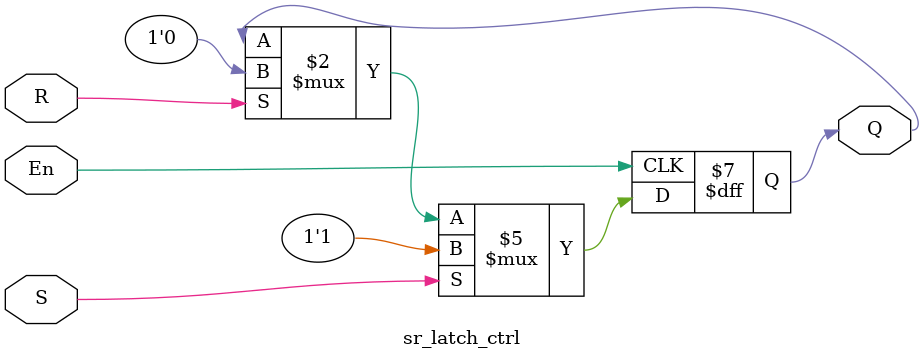
<source format=v>
module sr_latch_ctrl (
    input S,
    input R,
    input En,
    output reg Q
);

always @(posedge En) begin
    if(S) begin
        Q<=1'b1;
    end
    else if (R) begin
        Q<=1'b0;
    end
end
endmodule
</source>
